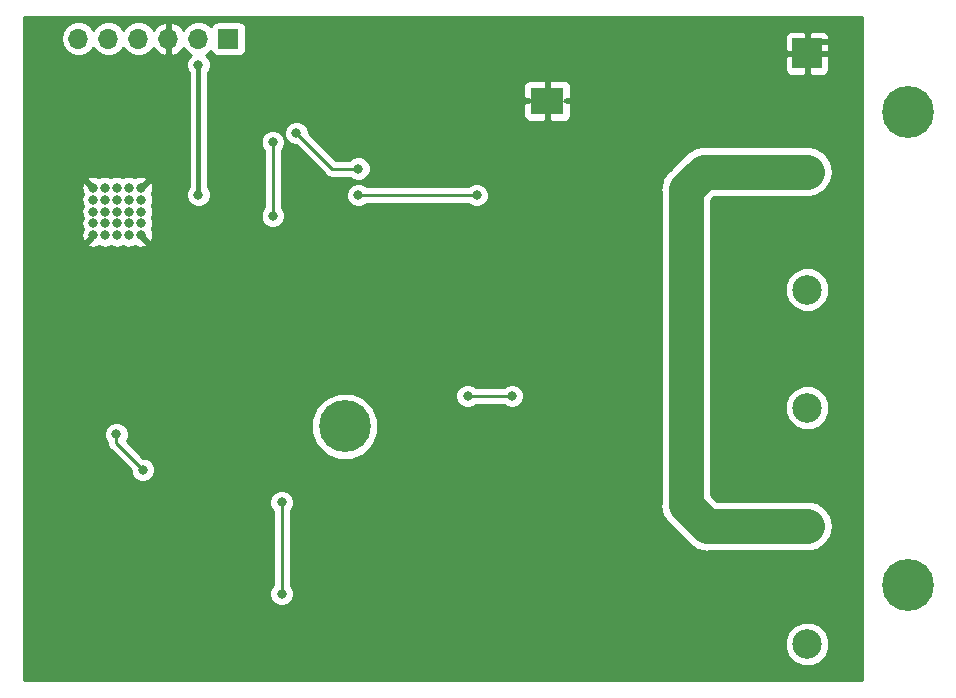
<source format=gbr>
G04 #@! TF.GenerationSoftware,KiCad,Pcbnew,(5.0.1)-3*
G04 #@! TF.CreationDate,2018-11-12T18:53:03-05:00*
G04 #@! TF.ProjectId,ESP32 Windlass,45535033322057696E646C6173732E6B,rev?*
G04 #@! TF.SameCoordinates,Original*
G04 #@! TF.FileFunction,Copper,L2,Bot,Signal*
G04 #@! TF.FilePolarity,Positive*
%FSLAX46Y46*%
G04 Gerber Fmt 4.6, Leading zero omitted, Abs format (unit mm)*
G04 Created by KiCad (PCBNEW (5.0.1)-3) date 11/12/2018 6:53:03 PM*
%MOMM*%
%LPD*%
G01*
G04 APERTURE LIST*
G04 #@! TA.AperFunction,ComponentPad*
%ADD10C,0.700000*%
G04 #@! TD*
G04 #@! TA.AperFunction,ComponentPad*
%ADD11C,4.400000*%
G04 #@! TD*
G04 #@! TA.AperFunction,ComponentPad*
%ADD12C,1.524000*%
G04 #@! TD*
G04 #@! TA.AperFunction,ComponentPad*
%ADD13R,2.500000X2.500000*%
G04 #@! TD*
G04 #@! TA.AperFunction,ComponentPad*
%ADD14C,2.500000*%
G04 #@! TD*
G04 #@! TA.AperFunction,ComponentPad*
%ADD15R,1.700000X1.700000*%
G04 #@! TD*
G04 #@! TA.AperFunction,ComponentPad*
%ADD16O,1.700000X1.700000*%
G04 #@! TD*
G04 #@! TA.AperFunction,ComponentPad*
%ADD17C,0.800000*%
G04 #@! TD*
G04 #@! TA.AperFunction,ComponentPad*
%ADD18C,0.600000*%
G04 #@! TD*
G04 #@! TA.AperFunction,Conductor*
%ADD19R,2.800000X2.300000*%
G04 #@! TD*
G04 #@! TA.AperFunction,ViaPad*
%ADD20C,0.800000*%
G04 #@! TD*
G04 #@! TA.AperFunction,Conductor*
%ADD21C,0.400000*%
G04 #@! TD*
G04 #@! TA.AperFunction,Conductor*
%ADD22C,0.250000*%
G04 #@! TD*
G04 #@! TA.AperFunction,Conductor*
%ADD23C,0.500000*%
G04 #@! TD*
G04 #@! TA.AperFunction,Conductor*
%ADD24C,3.000000*%
G04 #@! TD*
G04 #@! TA.AperFunction,Conductor*
%ADD25C,0.254000*%
G04 #@! TD*
G04 APERTURE END LIST*
D10*
G04 #@! TO.P,,1*
G04 #@! TO.N,N/C*
X149500000Y-84166548D03*
X148333274Y-83683274D03*
X147166548Y-84166548D03*
X146683274Y-85333274D03*
X147166548Y-86500000D03*
X148333274Y-86983274D03*
X149500000Y-86500000D03*
X149983274Y-85333274D03*
D11*
X148333274Y-85333274D03*
G04 #@! TD*
G04 #@! TO.P,,1*
G04 #@! TO.N,N/C*
X196000000Y-98750000D03*
D10*
X197650000Y-98750000D03*
X197166726Y-99916726D03*
X196000000Y-100400000D03*
X194833274Y-99916726D03*
X194350000Y-98750000D03*
X194833274Y-97583274D03*
X196000000Y-97100000D03*
X197166726Y-97583274D03*
G04 #@! TD*
D12*
G04 #@! TO.P,U1,15*
G04 #@! TO.N,+12V*
X176615000Y-68730000D03*
X177885000Y-68730000D03*
X177250000Y-70000000D03*
X176615000Y-71270000D03*
X177885000Y-71270000D03*
G04 #@! TD*
G04 #@! TO.P,U2,15*
G04 #@! TO.N,+12V*
X176615000Y-85730000D03*
X177250000Y-87000000D03*
X176615000Y-88270000D03*
X177885000Y-85730000D03*
X177885000Y-88270000D03*
G04 #@! TD*
D13*
G04 #@! TO.P,J2,1*
G04 #@! TO.N,GND*
X187500000Y-53750000D03*
D14*
G04 #@! TO.P,J2,2*
G04 #@! TO.N,+12V*
X187500000Y-63750000D03*
G04 #@! TO.P,J2,3*
G04 #@! TO.N,/CH1_LOAD*
X187500000Y-73750000D03*
G04 #@! TO.P,J2,4*
G04 #@! TO.N,/CH2_LOAD*
X187500000Y-83750000D03*
G04 #@! TO.P,J2,5*
G04 #@! TO.N,+12V*
X187500000Y-93750000D03*
G04 #@! TO.P,J2,6*
G04 #@! TO.N,/COUNTER_IN*
X187500000Y-103750000D03*
G04 #@! TD*
D15*
G04 #@! TO.P,J1,1*
G04 #@! TO.N,/IO0*
X138500000Y-52500000D03*
D16*
G04 #@! TO.P,J1,2*
G04 #@! TO.N,/PROG_RST*
X135960000Y-52500000D03*
G04 #@! TO.P,J1,3*
G04 #@! TO.N,GND*
X133420000Y-52500000D03*
G04 #@! TO.P,J1,4*
G04 #@! TO.N,/RX0*
X130880000Y-52500000D03*
G04 #@! TO.P,J1,5*
G04 #@! TO.N,/TX0*
X128340000Y-52500000D03*
G04 #@! TO.P,J1,6*
G04 #@! TO.N,/USB_VBUS*
X125800000Y-52500000D03*
G04 #@! TD*
D17*
G04 #@! TO.P,U3,39*
G04 #@! TO.N,GND*
X127070000Y-65150000D03*
X128070000Y-65150000D03*
X129070000Y-65150000D03*
X130070000Y-65150000D03*
X131070000Y-65150000D03*
X127070000Y-67150000D03*
X128070000Y-67150000D03*
X129070000Y-67150000D03*
X130070000Y-67150000D03*
X131070000Y-67150000D03*
X131070000Y-66150000D03*
X130070000Y-66150000D03*
X129070000Y-66150000D03*
X128070000Y-66150000D03*
X127070000Y-66150000D03*
X127070000Y-68150000D03*
X128070000Y-68150000D03*
X129070000Y-68150000D03*
X130070000Y-68150000D03*
X131070000Y-68150000D03*
X131070000Y-69150000D03*
X130070000Y-69150000D03*
X129070000Y-69150000D03*
X128070000Y-69150000D03*
X127070000Y-69150000D03*
G04 #@! TD*
D18*
G04 #@! TO.P,U5,11*
G04 #@! TO.N,GND*
X166250000Y-57250000D03*
X165500000Y-57750000D03*
X164750000Y-57250000D03*
X164750000Y-58250000D03*
X166250000Y-58250000D03*
D19*
G04 #@! TD*
G04 #@! TO.N,GND*
G04 #@! TO.C,U5*
X165500000Y-57750000D03*
D10*
G04 #@! TO.P,,1*
G04 #@! TO.N,N/C*
X197166726Y-57583274D03*
X196000000Y-57100000D03*
X194833274Y-57583274D03*
X194350000Y-58750000D03*
X194833274Y-59916726D03*
X196000000Y-60400000D03*
X197166726Y-59916726D03*
X197650000Y-58750000D03*
D11*
X196000000Y-58750000D03*
G04 #@! TD*
D20*
G04 #@! TO.N,/PROG_RST*
X135960000Y-54710000D03*
X135960000Y-65710000D03*
G04 #@! TO.N,/SCL*
X142250000Y-67500000D03*
X142250000Y-61250000D03*
G04 #@! TO.N,+3V3*
X129000000Y-86000000D03*
X131250000Y-89000000D03*
G04 #@! TO.N,/SDA*
X149500000Y-63500000D03*
X144250000Y-60500000D03*
G04 #@! TO.N,GND*
X122250000Y-60500000D03*
X127500000Y-97000000D03*
X154250000Y-59250000D03*
X121910000Y-79160000D03*
X140000000Y-73000000D03*
X171000000Y-63750000D03*
X158000000Y-96500000D03*
X158750000Y-79750000D03*
X175500000Y-100500000D03*
X158750000Y-69500000D03*
X166000000Y-77500000D03*
X171000000Y-80500000D03*
X170750000Y-74000000D03*
X159500000Y-91250000D03*
X171000000Y-90750000D03*
X169500000Y-95750000D03*
X182750000Y-77750000D03*
X168500000Y-57750000D03*
X123250000Y-88500000D03*
X182750000Y-76750000D03*
X182750000Y-79500000D03*
X182750000Y-80500000D03*
G04 #@! TO.N,/CH2_EN*
X162500000Y-82750000D03*
X158750000Y-82750000D03*
G04 #@! TO.N,/CH1_EN*
X159500000Y-65750000D03*
X149500000Y-65750000D03*
G04 #@! TO.N,/COUNTER*
X143000000Y-99500000D03*
X143000000Y-91750000D03*
G04 #@! TD*
D21*
G04 #@! TO.N,/PROG_RST*
X135960000Y-54710000D02*
X135960000Y-65710000D01*
X135960000Y-65710000D02*
X135960000Y-65710000D01*
D22*
G04 #@! TO.N,/SCL*
X142250000Y-61250000D02*
X142250000Y-67500000D01*
G04 #@! TO.N,+3V3*
X129000000Y-86750000D02*
X131250000Y-89000000D01*
X129000000Y-86000000D02*
X129000000Y-86750000D01*
G04 #@! TO.N,/SDA*
X149500000Y-63500000D02*
X147250000Y-63500000D01*
X147250000Y-63500000D02*
X144250000Y-60500000D01*
D23*
G04 #@! TO.N,GND*
X189500000Y-52750000D02*
X191750000Y-55000000D01*
X187750000Y-52750000D02*
X189500000Y-52750000D01*
X191750000Y-55000000D02*
X191750000Y-75500000D01*
X191750000Y-75500000D02*
X189750000Y-77500000D01*
X189750000Y-77500000D02*
X184000000Y-77500000D01*
X184000000Y-77500000D02*
X184000000Y-77500000D01*
D22*
G04 #@! TO.N,/CH2_EN*
X162500000Y-82750000D02*
X158750000Y-82750000D01*
X158750000Y-82750000D02*
X158750000Y-82750000D01*
G04 #@! TO.N,/CH1_EN*
X159500000Y-65750000D02*
X149500000Y-65750000D01*
X149500000Y-65750000D02*
X149250000Y-65750000D01*
X149500000Y-65750000D02*
X149500000Y-65750000D01*
D24*
G04 #@! TO.N,+12V*
X177250000Y-68000000D02*
X177250000Y-70000000D01*
X177250000Y-65250000D02*
X177250000Y-68000000D01*
X187500000Y-63750000D02*
X178750000Y-63750000D01*
X178750000Y-63750000D02*
X177250000Y-65250000D01*
X177250000Y-70000000D02*
X177250000Y-87000000D01*
X177250000Y-92000000D02*
X179000000Y-93750000D01*
X177250000Y-87000000D02*
X177250000Y-92000000D01*
X179000000Y-93750000D02*
X187500000Y-93750000D01*
D22*
G04 #@! TO.N,/COUNTER*
X143000000Y-99500000D02*
X143000000Y-91750000D01*
X143000000Y-91750000D02*
X143000000Y-91750000D01*
G04 #@! TD*
D25*
G04 #@! TO.N,GND*
G36*
X192123000Y-106790000D02*
X121210000Y-106790000D01*
X121210000Y-103375050D01*
X185615000Y-103375050D01*
X185615000Y-104124950D01*
X185901974Y-104817767D01*
X186432233Y-105348026D01*
X187125050Y-105635000D01*
X187874950Y-105635000D01*
X188567767Y-105348026D01*
X189098026Y-104817767D01*
X189385000Y-104124950D01*
X189385000Y-103375050D01*
X189098026Y-102682233D01*
X188567767Y-102151974D01*
X187874950Y-101865000D01*
X187125050Y-101865000D01*
X186432233Y-102151974D01*
X185901974Y-102682233D01*
X185615000Y-103375050D01*
X121210000Y-103375050D01*
X121210000Y-91544126D01*
X141965000Y-91544126D01*
X141965000Y-91955874D01*
X142122569Y-92336280D01*
X142240001Y-92453712D01*
X142240000Y-98796289D01*
X142122569Y-98913720D01*
X141965000Y-99294126D01*
X141965000Y-99705874D01*
X142122569Y-100086280D01*
X142413720Y-100377431D01*
X142794126Y-100535000D01*
X143205874Y-100535000D01*
X143586280Y-100377431D01*
X143877431Y-100086280D01*
X144035000Y-99705874D01*
X144035000Y-99294126D01*
X143877431Y-98913720D01*
X143760000Y-98796289D01*
X143760000Y-92453711D01*
X143877431Y-92336280D01*
X144035000Y-91955874D01*
X144035000Y-91544126D01*
X143877431Y-91163720D01*
X143586280Y-90872569D01*
X143205874Y-90715000D01*
X142794126Y-90715000D01*
X142413720Y-90872569D01*
X142122569Y-91163720D01*
X141965000Y-91544126D01*
X121210000Y-91544126D01*
X121210000Y-85794126D01*
X127965000Y-85794126D01*
X127965000Y-86205874D01*
X128122569Y-86586280D01*
X128235262Y-86698973D01*
X128225112Y-86750000D01*
X128240000Y-86824847D01*
X128240000Y-86824852D01*
X128281802Y-87035000D01*
X128284097Y-87046537D01*
X128372742Y-87179203D01*
X128452072Y-87297929D01*
X128515528Y-87340329D01*
X130215000Y-89039802D01*
X130215000Y-89205874D01*
X130372569Y-89586280D01*
X130663720Y-89877431D01*
X131044126Y-90035000D01*
X131455874Y-90035000D01*
X131836280Y-89877431D01*
X132127431Y-89586280D01*
X132285000Y-89205874D01*
X132285000Y-88794126D01*
X132127431Y-88413720D01*
X131836280Y-88122569D01*
X131455874Y-87965000D01*
X131289802Y-87965000D01*
X129887287Y-86562486D01*
X130035000Y-86205874D01*
X130035000Y-85794126D01*
X129877431Y-85413720D01*
X129586280Y-85122569D01*
X129205874Y-84965000D01*
X128794126Y-84965000D01*
X128413720Y-85122569D01*
X128122569Y-85413720D01*
X127965000Y-85794126D01*
X121210000Y-85794126D01*
X121210000Y-84769357D01*
X145498274Y-84769357D01*
X145498274Y-85897191D01*
X145929877Y-86939173D01*
X146727375Y-87736671D01*
X147769357Y-88168274D01*
X148897191Y-88168274D01*
X149939173Y-87736671D01*
X150736671Y-86939173D01*
X151168274Y-85897191D01*
X151168274Y-84769357D01*
X150736671Y-83727375D01*
X149939173Y-82929877D01*
X149007888Y-82544126D01*
X157715000Y-82544126D01*
X157715000Y-82955874D01*
X157872569Y-83336280D01*
X158163720Y-83627431D01*
X158544126Y-83785000D01*
X158955874Y-83785000D01*
X159336280Y-83627431D01*
X159453711Y-83510000D01*
X161796289Y-83510000D01*
X161913720Y-83627431D01*
X162294126Y-83785000D01*
X162705874Y-83785000D01*
X163086280Y-83627431D01*
X163377431Y-83336280D01*
X163535000Y-82955874D01*
X163535000Y-82544126D01*
X163377431Y-82163720D01*
X163086280Y-81872569D01*
X162705874Y-81715000D01*
X162294126Y-81715000D01*
X161913720Y-81872569D01*
X161796289Y-81990000D01*
X159453711Y-81990000D01*
X159336280Y-81872569D01*
X158955874Y-81715000D01*
X158544126Y-81715000D01*
X158163720Y-81872569D01*
X157872569Y-82163720D01*
X157715000Y-82544126D01*
X149007888Y-82544126D01*
X148897191Y-82498274D01*
X147769357Y-82498274D01*
X146727375Y-82929877D01*
X145929877Y-83727375D01*
X145498274Y-84769357D01*
X121210000Y-84769357D01*
X121210000Y-65028931D01*
X126021691Y-65028931D01*
X126055158Y-65439318D01*
X126143103Y-65651635D01*
X126021691Y-66028931D01*
X126055158Y-66439318D01*
X126143103Y-66651635D01*
X126021691Y-67028931D01*
X126055158Y-67439318D01*
X126143103Y-67651635D01*
X126021691Y-68028931D01*
X126055158Y-68439318D01*
X126143103Y-68651635D01*
X126021691Y-69028931D01*
X126055158Y-69439318D01*
X126147820Y-69663023D01*
X126352650Y-69687745D01*
X126868098Y-69172297D01*
X126948931Y-69198309D01*
X127034932Y-69191296D01*
X127048005Y-69351600D01*
X126532255Y-69867350D01*
X126556977Y-70072180D01*
X126948931Y-70198309D01*
X127359318Y-70164842D01*
X127571635Y-70076897D01*
X127948931Y-70198309D01*
X128359318Y-70164842D01*
X128571635Y-70076897D01*
X128948931Y-70198309D01*
X129359318Y-70164842D01*
X129571635Y-70076897D01*
X129948931Y-70198309D01*
X130359318Y-70164842D01*
X130571635Y-70076897D01*
X130948931Y-70198309D01*
X131359318Y-70164842D01*
X131583023Y-70072180D01*
X131607745Y-69867350D01*
X131092297Y-69351902D01*
X131118309Y-69271069D01*
X131111296Y-69185068D01*
X131271600Y-69171995D01*
X131787350Y-69687745D01*
X131992180Y-69663023D01*
X132118309Y-69271069D01*
X132084842Y-68860682D01*
X131996897Y-68648365D01*
X132118309Y-68271069D01*
X132084842Y-67860682D01*
X131996897Y-67648365D01*
X132118309Y-67271069D01*
X132084842Y-66860682D01*
X131996897Y-66648365D01*
X132118309Y-66271069D01*
X132084842Y-65860682D01*
X131996897Y-65648365D01*
X132118309Y-65271069D01*
X132084842Y-64860682D01*
X131992180Y-64636977D01*
X131787350Y-64612255D01*
X131271902Y-65127703D01*
X131191069Y-65101691D01*
X131105068Y-65108704D01*
X131091995Y-64948400D01*
X131607745Y-64432650D01*
X131583023Y-64227820D01*
X131191069Y-64101691D01*
X130780682Y-64135158D01*
X130568365Y-64223103D01*
X130191069Y-64101691D01*
X129780682Y-64135158D01*
X129568365Y-64223103D01*
X129191069Y-64101691D01*
X128780682Y-64135158D01*
X128568365Y-64223103D01*
X128191069Y-64101691D01*
X127780682Y-64135158D01*
X127568365Y-64223103D01*
X127191069Y-64101691D01*
X126780682Y-64135158D01*
X126556977Y-64227820D01*
X126532255Y-64432650D01*
X127047703Y-64948098D01*
X127021691Y-65028931D01*
X127028704Y-65114932D01*
X126868400Y-65128005D01*
X126352650Y-64612255D01*
X126147820Y-64636977D01*
X126021691Y-65028931D01*
X121210000Y-65028931D01*
X121210000Y-52500000D01*
X124285908Y-52500000D01*
X124401161Y-53079418D01*
X124729375Y-53570625D01*
X125220582Y-53898839D01*
X125653744Y-53985000D01*
X125946256Y-53985000D01*
X126379418Y-53898839D01*
X126870625Y-53570625D01*
X127070000Y-53272239D01*
X127269375Y-53570625D01*
X127760582Y-53898839D01*
X128193744Y-53985000D01*
X128486256Y-53985000D01*
X128919418Y-53898839D01*
X129410625Y-53570625D01*
X129610000Y-53272239D01*
X129809375Y-53570625D01*
X130300582Y-53898839D01*
X130733744Y-53985000D01*
X131026256Y-53985000D01*
X131459418Y-53898839D01*
X131950625Y-53570625D01*
X132163843Y-53251522D01*
X132224817Y-53381358D01*
X132653076Y-53771645D01*
X133063110Y-53941476D01*
X133293000Y-53820155D01*
X133293000Y-52627000D01*
X133273000Y-52627000D01*
X133273000Y-52373000D01*
X133293000Y-52373000D01*
X133293000Y-51179845D01*
X133547000Y-51179845D01*
X133547000Y-52373000D01*
X133567000Y-52373000D01*
X133567000Y-52627000D01*
X133547000Y-52627000D01*
X133547000Y-53820155D01*
X133776890Y-53941476D01*
X134186924Y-53771645D01*
X134615183Y-53381358D01*
X134676157Y-53251522D01*
X134889375Y-53570625D01*
X135336743Y-53869546D01*
X135082569Y-54123720D01*
X134925000Y-54504126D01*
X134925000Y-54915874D01*
X135082569Y-55296280D01*
X135125000Y-55338711D01*
X135125001Y-65081288D01*
X135082569Y-65123720D01*
X134925000Y-65504126D01*
X134925000Y-65915874D01*
X135082569Y-66296280D01*
X135373720Y-66587431D01*
X135754126Y-66745000D01*
X136165874Y-66745000D01*
X136546280Y-66587431D01*
X136837431Y-66296280D01*
X136995000Y-65915874D01*
X136995000Y-65504126D01*
X136837431Y-65123720D01*
X136795000Y-65081289D01*
X136795000Y-61044126D01*
X141215000Y-61044126D01*
X141215000Y-61455874D01*
X141372569Y-61836280D01*
X141490000Y-61953711D01*
X141490001Y-66796288D01*
X141372569Y-66913720D01*
X141215000Y-67294126D01*
X141215000Y-67705874D01*
X141372569Y-68086280D01*
X141663720Y-68377431D01*
X142044126Y-68535000D01*
X142455874Y-68535000D01*
X142836280Y-68377431D01*
X143127431Y-68086280D01*
X143285000Y-67705874D01*
X143285000Y-67294126D01*
X143127431Y-66913720D01*
X143010000Y-66796289D01*
X143010000Y-65544126D01*
X148465000Y-65544126D01*
X148465000Y-65955874D01*
X148622569Y-66336280D01*
X148913720Y-66627431D01*
X149294126Y-66785000D01*
X149705874Y-66785000D01*
X150086280Y-66627431D01*
X150203711Y-66510000D01*
X158796289Y-66510000D01*
X158913720Y-66627431D01*
X159294126Y-66785000D01*
X159705874Y-66785000D01*
X160086280Y-66627431D01*
X160377431Y-66336280D01*
X160535000Y-65955874D01*
X160535000Y-65544126D01*
X160413170Y-65250000D01*
X175073174Y-65250000D01*
X175115000Y-65460275D01*
X175115000Y-69789722D01*
X175115001Y-86789717D01*
X175115000Y-86789722D01*
X175115001Y-91789721D01*
X175073174Y-92000000D01*
X175238874Y-92833035D01*
X175238875Y-92833036D01*
X175710752Y-93539249D01*
X175889017Y-93658362D01*
X177341638Y-95110984D01*
X177460751Y-95289249D01*
X178166964Y-95761126D01*
X178789721Y-95885000D01*
X178789725Y-95885000D01*
X179000000Y-95926826D01*
X179210275Y-95885000D01*
X187710279Y-95885000D01*
X188333036Y-95761126D01*
X189039249Y-95289249D01*
X189511126Y-94583036D01*
X189676827Y-93750000D01*
X189511126Y-92916964D01*
X189039249Y-92210751D01*
X188333036Y-91738874D01*
X187710279Y-91615000D01*
X179884346Y-91615000D01*
X179385000Y-91115655D01*
X179385000Y-83375050D01*
X185615000Y-83375050D01*
X185615000Y-84124950D01*
X185901974Y-84817767D01*
X186432233Y-85348026D01*
X187125050Y-85635000D01*
X187874950Y-85635000D01*
X188567767Y-85348026D01*
X189098026Y-84817767D01*
X189385000Y-84124950D01*
X189385000Y-83375050D01*
X189098026Y-82682233D01*
X188567767Y-82151974D01*
X187874950Y-81865000D01*
X187125050Y-81865000D01*
X186432233Y-82151974D01*
X185901974Y-82682233D01*
X185615000Y-83375050D01*
X179385000Y-83375050D01*
X179385000Y-73375050D01*
X185615000Y-73375050D01*
X185615000Y-74124950D01*
X185901974Y-74817767D01*
X186432233Y-75348026D01*
X187125050Y-75635000D01*
X187874950Y-75635000D01*
X188567767Y-75348026D01*
X189098026Y-74817767D01*
X189385000Y-74124950D01*
X189385000Y-73375050D01*
X189098026Y-72682233D01*
X188567767Y-72151974D01*
X187874950Y-71865000D01*
X187125050Y-71865000D01*
X186432233Y-72151974D01*
X185901974Y-72682233D01*
X185615000Y-73375050D01*
X179385000Y-73375050D01*
X179385000Y-66134345D01*
X179634346Y-65885000D01*
X187710279Y-65885000D01*
X188333036Y-65761126D01*
X189039249Y-65289249D01*
X189511126Y-64583036D01*
X189676827Y-63750000D01*
X189511126Y-62916964D01*
X189039249Y-62210751D01*
X188333036Y-61738874D01*
X187710279Y-61615000D01*
X178960273Y-61615000D01*
X178749999Y-61573174D01*
X178539726Y-61615000D01*
X178539721Y-61615000D01*
X177916964Y-61738874D01*
X177210751Y-62210751D01*
X177091638Y-62389017D01*
X175889019Y-63591636D01*
X175710751Y-63710751D01*
X175238874Y-64416965D01*
X175115000Y-65039722D01*
X175115000Y-65039725D01*
X175073174Y-65250000D01*
X160413170Y-65250000D01*
X160377431Y-65163720D01*
X160086280Y-64872569D01*
X159705874Y-64715000D01*
X159294126Y-64715000D01*
X158913720Y-64872569D01*
X158796289Y-64990000D01*
X150203711Y-64990000D01*
X150086280Y-64872569D01*
X149705874Y-64715000D01*
X149294126Y-64715000D01*
X148913720Y-64872569D01*
X148622569Y-65163720D01*
X148465000Y-65544126D01*
X143010000Y-65544126D01*
X143010000Y-61953711D01*
X143127431Y-61836280D01*
X143285000Y-61455874D01*
X143285000Y-61044126D01*
X143127431Y-60663720D01*
X142836280Y-60372569D01*
X142646902Y-60294126D01*
X143215000Y-60294126D01*
X143215000Y-60705874D01*
X143372569Y-61086280D01*
X143663720Y-61377431D01*
X144044126Y-61535000D01*
X144210199Y-61535000D01*
X146659671Y-63984473D01*
X146702071Y-64047929D01*
X146765527Y-64090329D01*
X146953462Y-64215904D01*
X147001605Y-64225480D01*
X147175148Y-64260000D01*
X147175152Y-64260000D01*
X147250000Y-64274888D01*
X147324848Y-64260000D01*
X148796289Y-64260000D01*
X148913720Y-64377431D01*
X149294126Y-64535000D01*
X149705874Y-64535000D01*
X150086280Y-64377431D01*
X150377431Y-64086280D01*
X150535000Y-63705874D01*
X150535000Y-63294126D01*
X150377431Y-62913720D01*
X150086280Y-62622569D01*
X149705874Y-62465000D01*
X149294126Y-62465000D01*
X148913720Y-62622569D01*
X148796289Y-62740000D01*
X147564802Y-62740000D01*
X145285000Y-60460199D01*
X145285000Y-60294126D01*
X145127431Y-59913720D01*
X144836280Y-59622569D01*
X144455874Y-59465000D01*
X144044126Y-59465000D01*
X143663720Y-59622569D01*
X143372569Y-59913720D01*
X143215000Y-60294126D01*
X142646902Y-60294126D01*
X142455874Y-60215000D01*
X142044126Y-60215000D01*
X141663720Y-60372569D01*
X141372569Y-60663720D01*
X141215000Y-61044126D01*
X136795000Y-61044126D01*
X136795000Y-56473691D01*
X163465000Y-56473691D01*
X163465000Y-57464250D01*
X163623750Y-57623000D01*
X163878001Y-57623000D01*
X163910975Y-57702607D01*
X164030500Y-57710108D01*
X164070392Y-57750000D01*
X164030500Y-57789892D01*
X163910975Y-57797393D01*
X163886493Y-57877000D01*
X163623750Y-57877000D01*
X163465000Y-58035750D01*
X163465000Y-59026309D01*
X163561673Y-59259698D01*
X163740301Y-59438327D01*
X163973690Y-59535000D01*
X165214250Y-59535000D01*
X165373000Y-59376250D01*
X165373000Y-58693395D01*
X165394424Y-58714819D01*
X165500000Y-58708194D01*
X165605576Y-58714819D01*
X165627000Y-58693395D01*
X165627000Y-59376250D01*
X165785750Y-59535000D01*
X167026310Y-59535000D01*
X167259699Y-59438327D01*
X167438327Y-59259698D01*
X167535000Y-59026309D01*
X167535000Y-58035750D01*
X167376250Y-57877000D01*
X167121999Y-57877000D01*
X167089025Y-57797393D01*
X166969500Y-57789892D01*
X166929608Y-57750000D01*
X166969500Y-57710108D01*
X167089025Y-57702607D01*
X167113507Y-57623000D01*
X167376250Y-57623000D01*
X167535000Y-57464250D01*
X167535000Y-56473691D01*
X167438327Y-56240302D01*
X167259699Y-56061673D01*
X167026310Y-55965000D01*
X165785750Y-55965000D01*
X165627000Y-56123750D01*
X165627000Y-56806605D01*
X165605576Y-56785181D01*
X165500000Y-56791806D01*
X165394424Y-56785181D01*
X165373000Y-56806605D01*
X165373000Y-56123750D01*
X165214250Y-55965000D01*
X163973690Y-55965000D01*
X163740301Y-56061673D01*
X163561673Y-56240302D01*
X163465000Y-56473691D01*
X136795000Y-56473691D01*
X136795000Y-55338711D01*
X136837431Y-55296280D01*
X136995000Y-54915874D01*
X136995000Y-54504126D01*
X136837431Y-54123720D01*
X136749461Y-54035750D01*
X185615000Y-54035750D01*
X185615000Y-55126309D01*
X185711673Y-55359698D01*
X185890301Y-55538327D01*
X186123690Y-55635000D01*
X187214250Y-55635000D01*
X187373000Y-55476250D01*
X187373000Y-53877000D01*
X187627000Y-53877000D01*
X187627000Y-55476250D01*
X187785750Y-55635000D01*
X188876310Y-55635000D01*
X189109699Y-55538327D01*
X189288327Y-55359698D01*
X189385000Y-55126309D01*
X189385000Y-54035750D01*
X189226250Y-53877000D01*
X187627000Y-53877000D01*
X187373000Y-53877000D01*
X185773750Y-53877000D01*
X185615000Y-54035750D01*
X136749461Y-54035750D01*
X136583257Y-53869546D01*
X137030625Y-53570625D01*
X137042816Y-53552381D01*
X137051843Y-53597765D01*
X137192191Y-53807809D01*
X137402235Y-53948157D01*
X137650000Y-53997440D01*
X139350000Y-53997440D01*
X139597765Y-53948157D01*
X139807809Y-53807809D01*
X139948157Y-53597765D01*
X139997440Y-53350000D01*
X139997440Y-52373691D01*
X185615000Y-52373691D01*
X185615000Y-53464250D01*
X185773750Y-53623000D01*
X187373000Y-53623000D01*
X187373000Y-52023750D01*
X187627000Y-52023750D01*
X187627000Y-53623000D01*
X189226250Y-53623000D01*
X189385000Y-53464250D01*
X189385000Y-52373691D01*
X189288327Y-52140302D01*
X189109699Y-51961673D01*
X188876310Y-51865000D01*
X187785750Y-51865000D01*
X187627000Y-52023750D01*
X187373000Y-52023750D01*
X187214250Y-51865000D01*
X186123690Y-51865000D01*
X185890301Y-51961673D01*
X185711673Y-52140302D01*
X185615000Y-52373691D01*
X139997440Y-52373691D01*
X139997440Y-51650000D01*
X139948157Y-51402235D01*
X139807809Y-51192191D01*
X139597765Y-51051843D01*
X139350000Y-51002560D01*
X137650000Y-51002560D01*
X137402235Y-51051843D01*
X137192191Y-51192191D01*
X137051843Y-51402235D01*
X137042816Y-51447619D01*
X137030625Y-51429375D01*
X136539418Y-51101161D01*
X136106256Y-51015000D01*
X135813744Y-51015000D01*
X135380582Y-51101161D01*
X134889375Y-51429375D01*
X134676157Y-51748478D01*
X134615183Y-51618642D01*
X134186924Y-51228355D01*
X133776890Y-51058524D01*
X133547000Y-51179845D01*
X133293000Y-51179845D01*
X133063110Y-51058524D01*
X132653076Y-51228355D01*
X132224817Y-51618642D01*
X132163843Y-51748478D01*
X131950625Y-51429375D01*
X131459418Y-51101161D01*
X131026256Y-51015000D01*
X130733744Y-51015000D01*
X130300582Y-51101161D01*
X129809375Y-51429375D01*
X129610000Y-51727761D01*
X129410625Y-51429375D01*
X128919418Y-51101161D01*
X128486256Y-51015000D01*
X128193744Y-51015000D01*
X127760582Y-51101161D01*
X127269375Y-51429375D01*
X127070000Y-51727761D01*
X126870625Y-51429375D01*
X126379418Y-51101161D01*
X125946256Y-51015000D01*
X125653744Y-51015000D01*
X125220582Y-51101161D01*
X124729375Y-51429375D01*
X124401161Y-51920582D01*
X124285908Y-52500000D01*
X121210000Y-52500000D01*
X121210000Y-50710000D01*
X192123000Y-50710000D01*
X192123000Y-106790000D01*
X192123000Y-106790000D01*
G37*
X192123000Y-106790000D02*
X121210000Y-106790000D01*
X121210000Y-103375050D01*
X185615000Y-103375050D01*
X185615000Y-104124950D01*
X185901974Y-104817767D01*
X186432233Y-105348026D01*
X187125050Y-105635000D01*
X187874950Y-105635000D01*
X188567767Y-105348026D01*
X189098026Y-104817767D01*
X189385000Y-104124950D01*
X189385000Y-103375050D01*
X189098026Y-102682233D01*
X188567767Y-102151974D01*
X187874950Y-101865000D01*
X187125050Y-101865000D01*
X186432233Y-102151974D01*
X185901974Y-102682233D01*
X185615000Y-103375050D01*
X121210000Y-103375050D01*
X121210000Y-91544126D01*
X141965000Y-91544126D01*
X141965000Y-91955874D01*
X142122569Y-92336280D01*
X142240001Y-92453712D01*
X142240000Y-98796289D01*
X142122569Y-98913720D01*
X141965000Y-99294126D01*
X141965000Y-99705874D01*
X142122569Y-100086280D01*
X142413720Y-100377431D01*
X142794126Y-100535000D01*
X143205874Y-100535000D01*
X143586280Y-100377431D01*
X143877431Y-100086280D01*
X144035000Y-99705874D01*
X144035000Y-99294126D01*
X143877431Y-98913720D01*
X143760000Y-98796289D01*
X143760000Y-92453711D01*
X143877431Y-92336280D01*
X144035000Y-91955874D01*
X144035000Y-91544126D01*
X143877431Y-91163720D01*
X143586280Y-90872569D01*
X143205874Y-90715000D01*
X142794126Y-90715000D01*
X142413720Y-90872569D01*
X142122569Y-91163720D01*
X141965000Y-91544126D01*
X121210000Y-91544126D01*
X121210000Y-85794126D01*
X127965000Y-85794126D01*
X127965000Y-86205874D01*
X128122569Y-86586280D01*
X128235262Y-86698973D01*
X128225112Y-86750000D01*
X128240000Y-86824847D01*
X128240000Y-86824852D01*
X128281802Y-87035000D01*
X128284097Y-87046537D01*
X128372742Y-87179203D01*
X128452072Y-87297929D01*
X128515528Y-87340329D01*
X130215000Y-89039802D01*
X130215000Y-89205874D01*
X130372569Y-89586280D01*
X130663720Y-89877431D01*
X131044126Y-90035000D01*
X131455874Y-90035000D01*
X131836280Y-89877431D01*
X132127431Y-89586280D01*
X132285000Y-89205874D01*
X132285000Y-88794126D01*
X132127431Y-88413720D01*
X131836280Y-88122569D01*
X131455874Y-87965000D01*
X131289802Y-87965000D01*
X129887287Y-86562486D01*
X130035000Y-86205874D01*
X130035000Y-85794126D01*
X129877431Y-85413720D01*
X129586280Y-85122569D01*
X129205874Y-84965000D01*
X128794126Y-84965000D01*
X128413720Y-85122569D01*
X128122569Y-85413720D01*
X127965000Y-85794126D01*
X121210000Y-85794126D01*
X121210000Y-84769357D01*
X145498274Y-84769357D01*
X145498274Y-85897191D01*
X145929877Y-86939173D01*
X146727375Y-87736671D01*
X147769357Y-88168274D01*
X148897191Y-88168274D01*
X149939173Y-87736671D01*
X150736671Y-86939173D01*
X151168274Y-85897191D01*
X151168274Y-84769357D01*
X150736671Y-83727375D01*
X149939173Y-82929877D01*
X149007888Y-82544126D01*
X157715000Y-82544126D01*
X157715000Y-82955874D01*
X157872569Y-83336280D01*
X158163720Y-83627431D01*
X158544126Y-83785000D01*
X158955874Y-83785000D01*
X159336280Y-83627431D01*
X159453711Y-83510000D01*
X161796289Y-83510000D01*
X161913720Y-83627431D01*
X162294126Y-83785000D01*
X162705874Y-83785000D01*
X163086280Y-83627431D01*
X163377431Y-83336280D01*
X163535000Y-82955874D01*
X163535000Y-82544126D01*
X163377431Y-82163720D01*
X163086280Y-81872569D01*
X162705874Y-81715000D01*
X162294126Y-81715000D01*
X161913720Y-81872569D01*
X161796289Y-81990000D01*
X159453711Y-81990000D01*
X159336280Y-81872569D01*
X158955874Y-81715000D01*
X158544126Y-81715000D01*
X158163720Y-81872569D01*
X157872569Y-82163720D01*
X157715000Y-82544126D01*
X149007888Y-82544126D01*
X148897191Y-82498274D01*
X147769357Y-82498274D01*
X146727375Y-82929877D01*
X145929877Y-83727375D01*
X145498274Y-84769357D01*
X121210000Y-84769357D01*
X121210000Y-65028931D01*
X126021691Y-65028931D01*
X126055158Y-65439318D01*
X126143103Y-65651635D01*
X126021691Y-66028931D01*
X126055158Y-66439318D01*
X126143103Y-66651635D01*
X126021691Y-67028931D01*
X126055158Y-67439318D01*
X126143103Y-67651635D01*
X126021691Y-68028931D01*
X126055158Y-68439318D01*
X126143103Y-68651635D01*
X126021691Y-69028931D01*
X126055158Y-69439318D01*
X126147820Y-69663023D01*
X126352650Y-69687745D01*
X126868098Y-69172297D01*
X126948931Y-69198309D01*
X127034932Y-69191296D01*
X127048005Y-69351600D01*
X126532255Y-69867350D01*
X126556977Y-70072180D01*
X126948931Y-70198309D01*
X127359318Y-70164842D01*
X127571635Y-70076897D01*
X127948931Y-70198309D01*
X128359318Y-70164842D01*
X128571635Y-70076897D01*
X128948931Y-70198309D01*
X129359318Y-70164842D01*
X129571635Y-70076897D01*
X129948931Y-70198309D01*
X130359318Y-70164842D01*
X130571635Y-70076897D01*
X130948931Y-70198309D01*
X131359318Y-70164842D01*
X131583023Y-70072180D01*
X131607745Y-69867350D01*
X131092297Y-69351902D01*
X131118309Y-69271069D01*
X131111296Y-69185068D01*
X131271600Y-69171995D01*
X131787350Y-69687745D01*
X131992180Y-69663023D01*
X132118309Y-69271069D01*
X132084842Y-68860682D01*
X131996897Y-68648365D01*
X132118309Y-68271069D01*
X132084842Y-67860682D01*
X131996897Y-67648365D01*
X132118309Y-67271069D01*
X132084842Y-66860682D01*
X131996897Y-66648365D01*
X132118309Y-66271069D01*
X132084842Y-65860682D01*
X131996897Y-65648365D01*
X132118309Y-65271069D01*
X132084842Y-64860682D01*
X131992180Y-64636977D01*
X131787350Y-64612255D01*
X131271902Y-65127703D01*
X131191069Y-65101691D01*
X131105068Y-65108704D01*
X131091995Y-64948400D01*
X131607745Y-64432650D01*
X131583023Y-64227820D01*
X131191069Y-64101691D01*
X130780682Y-64135158D01*
X130568365Y-64223103D01*
X130191069Y-64101691D01*
X129780682Y-64135158D01*
X129568365Y-64223103D01*
X129191069Y-64101691D01*
X128780682Y-64135158D01*
X128568365Y-64223103D01*
X128191069Y-64101691D01*
X127780682Y-64135158D01*
X127568365Y-64223103D01*
X127191069Y-64101691D01*
X126780682Y-64135158D01*
X126556977Y-64227820D01*
X126532255Y-64432650D01*
X127047703Y-64948098D01*
X127021691Y-65028931D01*
X127028704Y-65114932D01*
X126868400Y-65128005D01*
X126352650Y-64612255D01*
X126147820Y-64636977D01*
X126021691Y-65028931D01*
X121210000Y-65028931D01*
X121210000Y-52500000D01*
X124285908Y-52500000D01*
X124401161Y-53079418D01*
X124729375Y-53570625D01*
X125220582Y-53898839D01*
X125653744Y-53985000D01*
X125946256Y-53985000D01*
X126379418Y-53898839D01*
X126870625Y-53570625D01*
X127070000Y-53272239D01*
X127269375Y-53570625D01*
X127760582Y-53898839D01*
X128193744Y-53985000D01*
X128486256Y-53985000D01*
X128919418Y-53898839D01*
X129410625Y-53570625D01*
X129610000Y-53272239D01*
X129809375Y-53570625D01*
X130300582Y-53898839D01*
X130733744Y-53985000D01*
X131026256Y-53985000D01*
X131459418Y-53898839D01*
X131950625Y-53570625D01*
X132163843Y-53251522D01*
X132224817Y-53381358D01*
X132653076Y-53771645D01*
X133063110Y-53941476D01*
X133293000Y-53820155D01*
X133293000Y-52627000D01*
X133273000Y-52627000D01*
X133273000Y-52373000D01*
X133293000Y-52373000D01*
X133293000Y-51179845D01*
X133547000Y-51179845D01*
X133547000Y-52373000D01*
X133567000Y-52373000D01*
X133567000Y-52627000D01*
X133547000Y-52627000D01*
X133547000Y-53820155D01*
X133776890Y-53941476D01*
X134186924Y-53771645D01*
X134615183Y-53381358D01*
X134676157Y-53251522D01*
X134889375Y-53570625D01*
X135336743Y-53869546D01*
X135082569Y-54123720D01*
X134925000Y-54504126D01*
X134925000Y-54915874D01*
X135082569Y-55296280D01*
X135125000Y-55338711D01*
X135125001Y-65081288D01*
X135082569Y-65123720D01*
X134925000Y-65504126D01*
X134925000Y-65915874D01*
X135082569Y-66296280D01*
X135373720Y-66587431D01*
X135754126Y-66745000D01*
X136165874Y-66745000D01*
X136546280Y-66587431D01*
X136837431Y-66296280D01*
X136995000Y-65915874D01*
X136995000Y-65504126D01*
X136837431Y-65123720D01*
X136795000Y-65081289D01*
X136795000Y-61044126D01*
X141215000Y-61044126D01*
X141215000Y-61455874D01*
X141372569Y-61836280D01*
X141490000Y-61953711D01*
X141490001Y-66796288D01*
X141372569Y-66913720D01*
X141215000Y-67294126D01*
X141215000Y-67705874D01*
X141372569Y-68086280D01*
X141663720Y-68377431D01*
X142044126Y-68535000D01*
X142455874Y-68535000D01*
X142836280Y-68377431D01*
X143127431Y-68086280D01*
X143285000Y-67705874D01*
X143285000Y-67294126D01*
X143127431Y-66913720D01*
X143010000Y-66796289D01*
X143010000Y-65544126D01*
X148465000Y-65544126D01*
X148465000Y-65955874D01*
X148622569Y-66336280D01*
X148913720Y-66627431D01*
X149294126Y-66785000D01*
X149705874Y-66785000D01*
X150086280Y-66627431D01*
X150203711Y-66510000D01*
X158796289Y-66510000D01*
X158913720Y-66627431D01*
X159294126Y-66785000D01*
X159705874Y-66785000D01*
X160086280Y-66627431D01*
X160377431Y-66336280D01*
X160535000Y-65955874D01*
X160535000Y-65544126D01*
X160413170Y-65250000D01*
X175073174Y-65250000D01*
X175115000Y-65460275D01*
X175115000Y-69789722D01*
X175115001Y-86789717D01*
X175115000Y-86789722D01*
X175115001Y-91789721D01*
X175073174Y-92000000D01*
X175238874Y-92833035D01*
X175238875Y-92833036D01*
X175710752Y-93539249D01*
X175889017Y-93658362D01*
X177341638Y-95110984D01*
X177460751Y-95289249D01*
X178166964Y-95761126D01*
X178789721Y-95885000D01*
X178789725Y-95885000D01*
X179000000Y-95926826D01*
X179210275Y-95885000D01*
X187710279Y-95885000D01*
X188333036Y-95761126D01*
X189039249Y-95289249D01*
X189511126Y-94583036D01*
X189676827Y-93750000D01*
X189511126Y-92916964D01*
X189039249Y-92210751D01*
X188333036Y-91738874D01*
X187710279Y-91615000D01*
X179884346Y-91615000D01*
X179385000Y-91115655D01*
X179385000Y-83375050D01*
X185615000Y-83375050D01*
X185615000Y-84124950D01*
X185901974Y-84817767D01*
X186432233Y-85348026D01*
X187125050Y-85635000D01*
X187874950Y-85635000D01*
X188567767Y-85348026D01*
X189098026Y-84817767D01*
X189385000Y-84124950D01*
X189385000Y-83375050D01*
X189098026Y-82682233D01*
X188567767Y-82151974D01*
X187874950Y-81865000D01*
X187125050Y-81865000D01*
X186432233Y-82151974D01*
X185901974Y-82682233D01*
X185615000Y-83375050D01*
X179385000Y-83375050D01*
X179385000Y-73375050D01*
X185615000Y-73375050D01*
X185615000Y-74124950D01*
X185901974Y-74817767D01*
X186432233Y-75348026D01*
X187125050Y-75635000D01*
X187874950Y-75635000D01*
X188567767Y-75348026D01*
X189098026Y-74817767D01*
X189385000Y-74124950D01*
X189385000Y-73375050D01*
X189098026Y-72682233D01*
X188567767Y-72151974D01*
X187874950Y-71865000D01*
X187125050Y-71865000D01*
X186432233Y-72151974D01*
X185901974Y-72682233D01*
X185615000Y-73375050D01*
X179385000Y-73375050D01*
X179385000Y-66134345D01*
X179634346Y-65885000D01*
X187710279Y-65885000D01*
X188333036Y-65761126D01*
X189039249Y-65289249D01*
X189511126Y-64583036D01*
X189676827Y-63750000D01*
X189511126Y-62916964D01*
X189039249Y-62210751D01*
X188333036Y-61738874D01*
X187710279Y-61615000D01*
X178960273Y-61615000D01*
X178749999Y-61573174D01*
X178539726Y-61615000D01*
X178539721Y-61615000D01*
X177916964Y-61738874D01*
X177210751Y-62210751D01*
X177091638Y-62389017D01*
X175889019Y-63591636D01*
X175710751Y-63710751D01*
X175238874Y-64416965D01*
X175115000Y-65039722D01*
X175115000Y-65039725D01*
X175073174Y-65250000D01*
X160413170Y-65250000D01*
X160377431Y-65163720D01*
X160086280Y-64872569D01*
X159705874Y-64715000D01*
X159294126Y-64715000D01*
X158913720Y-64872569D01*
X158796289Y-64990000D01*
X150203711Y-64990000D01*
X150086280Y-64872569D01*
X149705874Y-64715000D01*
X149294126Y-64715000D01*
X148913720Y-64872569D01*
X148622569Y-65163720D01*
X148465000Y-65544126D01*
X143010000Y-65544126D01*
X143010000Y-61953711D01*
X143127431Y-61836280D01*
X143285000Y-61455874D01*
X143285000Y-61044126D01*
X143127431Y-60663720D01*
X142836280Y-60372569D01*
X142646902Y-60294126D01*
X143215000Y-60294126D01*
X143215000Y-60705874D01*
X143372569Y-61086280D01*
X143663720Y-61377431D01*
X144044126Y-61535000D01*
X144210199Y-61535000D01*
X146659671Y-63984473D01*
X146702071Y-64047929D01*
X146765527Y-64090329D01*
X146953462Y-64215904D01*
X147001605Y-64225480D01*
X147175148Y-64260000D01*
X147175152Y-64260000D01*
X147250000Y-64274888D01*
X147324848Y-64260000D01*
X148796289Y-64260000D01*
X148913720Y-64377431D01*
X149294126Y-64535000D01*
X149705874Y-64535000D01*
X150086280Y-64377431D01*
X150377431Y-64086280D01*
X150535000Y-63705874D01*
X150535000Y-63294126D01*
X150377431Y-62913720D01*
X150086280Y-62622569D01*
X149705874Y-62465000D01*
X149294126Y-62465000D01*
X148913720Y-62622569D01*
X148796289Y-62740000D01*
X147564802Y-62740000D01*
X145285000Y-60460199D01*
X145285000Y-60294126D01*
X145127431Y-59913720D01*
X144836280Y-59622569D01*
X144455874Y-59465000D01*
X144044126Y-59465000D01*
X143663720Y-59622569D01*
X143372569Y-59913720D01*
X143215000Y-60294126D01*
X142646902Y-60294126D01*
X142455874Y-60215000D01*
X142044126Y-60215000D01*
X141663720Y-60372569D01*
X141372569Y-60663720D01*
X141215000Y-61044126D01*
X136795000Y-61044126D01*
X136795000Y-56473691D01*
X163465000Y-56473691D01*
X163465000Y-57464250D01*
X163623750Y-57623000D01*
X163878001Y-57623000D01*
X163910975Y-57702607D01*
X164030500Y-57710108D01*
X164070392Y-57750000D01*
X164030500Y-57789892D01*
X163910975Y-57797393D01*
X163886493Y-57877000D01*
X163623750Y-57877000D01*
X163465000Y-58035750D01*
X163465000Y-59026309D01*
X163561673Y-59259698D01*
X163740301Y-59438327D01*
X163973690Y-59535000D01*
X165214250Y-59535000D01*
X165373000Y-59376250D01*
X165373000Y-58693395D01*
X165394424Y-58714819D01*
X165500000Y-58708194D01*
X165605576Y-58714819D01*
X165627000Y-58693395D01*
X165627000Y-59376250D01*
X165785750Y-59535000D01*
X167026310Y-59535000D01*
X167259699Y-59438327D01*
X167438327Y-59259698D01*
X167535000Y-59026309D01*
X167535000Y-58035750D01*
X167376250Y-57877000D01*
X167121999Y-57877000D01*
X167089025Y-57797393D01*
X166969500Y-57789892D01*
X166929608Y-57750000D01*
X166969500Y-57710108D01*
X167089025Y-57702607D01*
X167113507Y-57623000D01*
X167376250Y-57623000D01*
X167535000Y-57464250D01*
X167535000Y-56473691D01*
X167438327Y-56240302D01*
X167259699Y-56061673D01*
X167026310Y-55965000D01*
X165785750Y-55965000D01*
X165627000Y-56123750D01*
X165627000Y-56806605D01*
X165605576Y-56785181D01*
X165500000Y-56791806D01*
X165394424Y-56785181D01*
X165373000Y-56806605D01*
X165373000Y-56123750D01*
X165214250Y-55965000D01*
X163973690Y-55965000D01*
X163740301Y-56061673D01*
X163561673Y-56240302D01*
X163465000Y-56473691D01*
X136795000Y-56473691D01*
X136795000Y-55338711D01*
X136837431Y-55296280D01*
X136995000Y-54915874D01*
X136995000Y-54504126D01*
X136837431Y-54123720D01*
X136749461Y-54035750D01*
X185615000Y-54035750D01*
X185615000Y-55126309D01*
X185711673Y-55359698D01*
X185890301Y-55538327D01*
X186123690Y-55635000D01*
X187214250Y-55635000D01*
X187373000Y-55476250D01*
X187373000Y-53877000D01*
X187627000Y-53877000D01*
X187627000Y-55476250D01*
X187785750Y-55635000D01*
X188876310Y-55635000D01*
X189109699Y-55538327D01*
X189288327Y-55359698D01*
X189385000Y-55126309D01*
X189385000Y-54035750D01*
X189226250Y-53877000D01*
X187627000Y-53877000D01*
X187373000Y-53877000D01*
X185773750Y-53877000D01*
X185615000Y-54035750D01*
X136749461Y-54035750D01*
X136583257Y-53869546D01*
X137030625Y-53570625D01*
X137042816Y-53552381D01*
X137051843Y-53597765D01*
X137192191Y-53807809D01*
X137402235Y-53948157D01*
X137650000Y-53997440D01*
X139350000Y-53997440D01*
X139597765Y-53948157D01*
X139807809Y-53807809D01*
X139948157Y-53597765D01*
X139997440Y-53350000D01*
X139997440Y-52373691D01*
X185615000Y-52373691D01*
X185615000Y-53464250D01*
X185773750Y-53623000D01*
X187373000Y-53623000D01*
X187373000Y-52023750D01*
X187627000Y-52023750D01*
X187627000Y-53623000D01*
X189226250Y-53623000D01*
X189385000Y-53464250D01*
X189385000Y-52373691D01*
X189288327Y-52140302D01*
X189109699Y-51961673D01*
X188876310Y-51865000D01*
X187785750Y-51865000D01*
X187627000Y-52023750D01*
X187373000Y-52023750D01*
X187214250Y-51865000D01*
X186123690Y-51865000D01*
X185890301Y-51961673D01*
X185711673Y-52140302D01*
X185615000Y-52373691D01*
X139997440Y-52373691D01*
X139997440Y-51650000D01*
X139948157Y-51402235D01*
X139807809Y-51192191D01*
X139597765Y-51051843D01*
X139350000Y-51002560D01*
X137650000Y-51002560D01*
X137402235Y-51051843D01*
X137192191Y-51192191D01*
X137051843Y-51402235D01*
X137042816Y-51447619D01*
X137030625Y-51429375D01*
X136539418Y-51101161D01*
X136106256Y-51015000D01*
X135813744Y-51015000D01*
X135380582Y-51101161D01*
X134889375Y-51429375D01*
X134676157Y-51748478D01*
X134615183Y-51618642D01*
X134186924Y-51228355D01*
X133776890Y-51058524D01*
X133547000Y-51179845D01*
X133293000Y-51179845D01*
X133063110Y-51058524D01*
X132653076Y-51228355D01*
X132224817Y-51618642D01*
X132163843Y-51748478D01*
X131950625Y-51429375D01*
X131459418Y-51101161D01*
X131026256Y-51015000D01*
X130733744Y-51015000D01*
X130300582Y-51101161D01*
X129809375Y-51429375D01*
X129610000Y-51727761D01*
X129410625Y-51429375D01*
X128919418Y-51101161D01*
X128486256Y-51015000D01*
X128193744Y-51015000D01*
X127760582Y-51101161D01*
X127269375Y-51429375D01*
X127070000Y-51727761D01*
X126870625Y-51429375D01*
X126379418Y-51101161D01*
X125946256Y-51015000D01*
X125653744Y-51015000D01*
X125220582Y-51101161D01*
X124729375Y-51429375D01*
X124401161Y-51920582D01*
X124285908Y-52500000D01*
X121210000Y-52500000D01*
X121210000Y-50710000D01*
X192123000Y-50710000D01*
X192123000Y-106790000D01*
G36*
X165530500Y-57710108D02*
X165570392Y-57750000D01*
X165530500Y-57789892D01*
X165500000Y-57791806D01*
X165469500Y-57789892D01*
X165429608Y-57750000D01*
X165469500Y-57710108D01*
X165500000Y-57708194D01*
X165530500Y-57710108D01*
X165530500Y-57710108D01*
G37*
X165530500Y-57710108D02*
X165570392Y-57750000D01*
X165530500Y-57789892D01*
X165500000Y-57791806D01*
X165469500Y-57789892D01*
X165429608Y-57750000D01*
X165469500Y-57710108D01*
X165500000Y-57708194D01*
X165530500Y-57710108D01*
G04 #@! TD*
M02*

</source>
